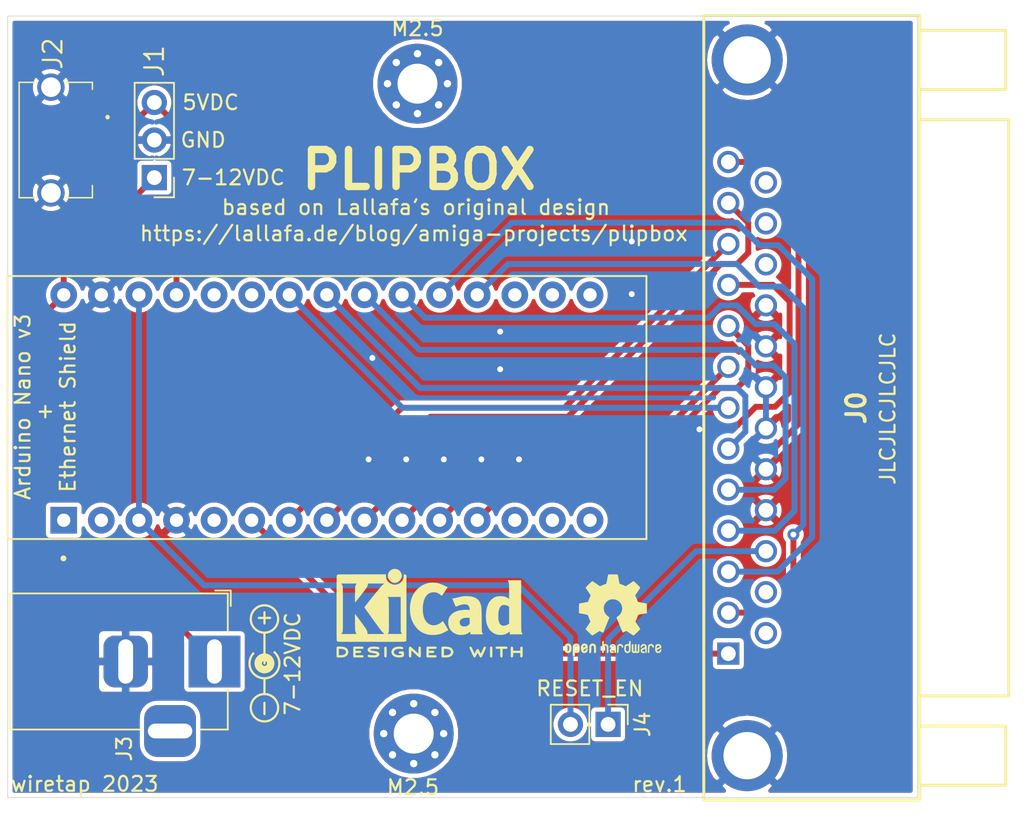
<source format=kicad_pcb>
(kicad_pcb (version 20171130) (host pcbnew "(5.1.6)-1")
  (layers (0 F.Cu signal) (31 B.Cu signal) (34 B.Paste user) (35 F.Paste user) (36 B.SilkS user) (37 F.SilkS user) (38 B.Mask user) (39 F.Mask user) (44 Edge.Cuts user))
  (net 0 "")
  (net 1 D3)
  (net 2 A0)
  (net 3 A1)
  (net 4 A2)
  (net 5 A3)
  (net 6 A4)
  (net 7 A5)
  (net 8 D6)
  (net 9 D7)
  (net 10 D8)
  (net 11 D4)
  (net 12 D5)
  (net 13 D9)
  (net 14 GND)
  (net 15 VCC)
  (net 16 +5V)
  (net 17 RST)
  (net 18 "Net-(J0-Pad16)")
  (module Symbol:OSHW-Logo2_7.3x6mm_SilkScreen (layer F.Cu) (at 189.484 93.091)
    (fp_text reference REF** hide)
    (fp_text value OSHW-Logo2_7.3x6mm_SilkScreen hide)
  )
  (module Symbol:KiCad-Logo2_5mm_SilkScreen (layer F.Cu) (at 177.0888 92.9386)
    (fp_text reference REF** hide)
    (fp_text value KiCad-Logo2_5mm_SilkScreen hide)
  )
  (module Symbol:Symbol_Barrel_Polarity (layer F.Cu) (at 165.862 96.3422 90)
    (fp_text reference REF** hide)
    (fp_text value Symbol_Barrel_Polarity)
  )
  (module MountingHole:MountingHole_2.7mm_M2.5_Pad_Via (layer F.Cu) (at 176.022 101.092)
    (fp_text reference REF** hide)
    (fp_text value MountingHole_2.7mm_M2.5_Pad_Via)
    (pad 1 thru_hole circle (at 0 0) (size 5.4 5.4) (drill 2.7) (layers *.Cu *.Mask))
    (pad 1 thru_hole circle (at 2.025 0) (size 0.8 0.8) (drill 0.5) (layers *.Cu *.Mask))
    (pad 1 thru_hole circle (at 1.431891 1.431891) (size 0.8 0.8) (drill 0.5) (layers *.Cu *.Mask))
    (pad 1 thru_hole circle (at 0 2.025) (size 0.8 0.8) (drill 0.5) (layers *.Cu *.Mask))
    (pad 1 thru_hole circle (at -1.431891 1.431891) (size 0.8 0.8) (drill 0.5) (layers *.Cu *.Mask))
    (pad 1 thru_hole circle (at -2.025 0) (size 0.8 0.8) (drill 0.5) (layers *.Cu *.Mask))
    (pad 1 thru_hole circle (at -1.431891 -1.431891) (size 0.8 0.8) (drill 0.5) (layers *.Cu *.Mask))
    (pad 1 thru_hole circle (at 0 -2.025) (size 0.8 0.8) (drill 0.5) (layers *.Cu *.Mask))
    (pad 1 thru_hole circle (at 1.431891 -1.431891) (size 0.8 0.8) (drill 0.5) (layers *.Cu *.Mask))
  )
  (module MountingHole:MountingHole_2.7mm_M2.5_Pad_Via (layer F.Cu) (at 176.276 57.15)
    (fp_text reference REF** hide)
    (fp_text value MountingHole_2.7mm_M2.5_Pad_Via)
    (pad 1 thru_hole circle (at 1.431891 -1.431891) (size 0.8 0.8) (drill 0.5) (layers *.Cu *.Mask))
    (pad 1 thru_hole circle (at 0 -2.025) (size 0.8 0.8) (drill 0.5) (layers *.Cu *.Mask))
    (pad 1 thru_hole circle (at -1.431891 -1.431891) (size 0.8 0.8) (drill 0.5) (layers *.Cu *.Mask))
    (pad 1 thru_hole circle (at -2.025 0) (size 0.8 0.8) (drill 0.5) (layers *.Cu *.Mask))
    (pad 1 thru_hole circle (at -1.431891 1.431891) (size 0.8 0.8) (drill 0.5) (layers *.Cu *.Mask))
    (pad 1 thru_hole circle (at 0 2.025) (size 0.8 0.8) (drill 0.5) (layers *.Cu *.Mask))
    (pad 1 thru_hole circle (at 1.431891 1.431891) (size 0.8 0.8) (drill 0.5) (layers *.Cu *.Mask))
    (pad 1 thru_hole circle (at 2.025 0) (size 0.8 0.8) (drill 0.5) (layers *.Cu *.Mask))
    (pad 1 thru_hole circle (at 0 0) (size 5.4 5.4) (drill 2.7) (layers *.Cu *.Mask))
  )
  (module L717SDB25P1ACH4F (layer F.Cu) (at 197.2818 95.6818 90)
    (fp_text reference J0 (at 16.62 8.64 90) (layer F.SilkS) (effects (font (size 1.27 1.27) (thickness 0.254))))
    (fp_text value L717SDB25P1ACH4F hide)
    (pad 1 thru_hole rect (at 0 0 90) (size 1.5 1.5) (drill 1) (layers *.Cu *.Mask) (net 1 D3))
    (pad 2 thru_hole circle (at 2.77 0 90) (size 1.5 1.5) (drill 1) (layers *.Cu *.Mask) (net 2 A0))
    (pad 3 thru_hole circle (at 5.54 0 90) (size 1.5 1.5) (drill 1) (layers *.Cu *.Mask) (net 3 A1))
    (pad 4 thru_hole circle (at 8.31 0 90) (size 1.5 1.5) (drill 1) (layers *.Cu *.Mask) (net 4 A2))
    (pad 5 thru_hole circle (at 11.08 0 90) (size 1.5 1.5) (drill 1) (layers *.Cu *.Mask) (net 5 A3))
    (pad 6 thru_hole circle (at 13.85 0 90) (size 1.5 1.5) (drill 1) (layers *.Cu *.Mask) (net 6 A4))
    (pad 7 thru_hole circle (at 16.62 0 90) (size 1.5 1.5) (drill 1) (layers *.Cu *.Mask) (net 7 A5))
    (pad 8 thru_hole circle (at 19.39 0 90) (size 1.5 1.5) (drill 1) (layers *.Cu *.Mask) (net 8 D6))
    (pad 9 thru_hole circle (at 22.16 0 90) (size 1.5 1.5) (drill 1) (layers *.Cu *.Mask) (net 9 D7))
    (pad 10 thru_hole circle (at 24.93 0 90) (size 1.5 1.5) (drill 1) (layers *.Cu *.Mask) (net 10 D8))
    (pad 11 thru_hole circle (at 27.7 0 90) (size 1.5 1.5) (drill 1) (layers *.Cu *.Mask) (net 11 D4))
    (pad 12 thru_hole circle (at 30.47 0 90) (size 1.5 1.5) (drill 1) (layers *.Cu *.Mask) (net 12 D5))
    (pad 13 thru_hole circle (at 33.24 0 90) (size 1.5 1.5) (drill 1) (layers *.Cu *.Mask) (net 13 D9))
    (pad 14 thru_hole circle (at 1.385 2.54 90) (size 1.5 1.5) (drill 1) (layers *.Cu *.Mask))
    (pad 15 thru_hole circle (at 4.155 2.54 90) (size 1.5 1.5) (drill 1) (layers *.Cu *.Mask))
    (pad 16 thru_hole circle (at 6.925 2.54 90) (size 1.5 1.5) (drill 1) (layers *.Cu *.Mask) (net 18 "Net-(J0-Pad16)"))
    (pad 17 thru_hole circle (at 9.695 2.54 90) (size 1.5 1.5) (drill 1) (layers *.Cu *.Mask) (net 14 GND))
    (pad 18 thru_hole circle (at 12.465 2.54 90) (size 1.5 1.5) (drill 1) (layers *.Cu *.Mask) (net 14 GND))
    (pad 19 thru_hole circle (at 15.235 2.54 90) (size 1.5 1.5) (drill 1) (layers *.Cu *.Mask) (net 14 GND))
    (pad 20 thru_hole circle (at 18.005 2.54 90) (size 1.5 1.5) (drill 1) (layers *.Cu *.Mask) (net 14 GND))
    (pad 21 thru_hole circle (at 20.775 2.54 90) (size 1.5 1.5) (drill 1) (layers *.Cu *.Mask) (net 14 GND))
    (pad 22 thru_hole circle (at 23.545 2.54 90) (size 1.5 1.5) (drill 1) (layers *.Cu *.Mask) (net 14 GND))
    (pad 23 thru_hole circle (at 26.315 2.54 90) (size 1.5 1.5) (drill 1) (layers *.Cu *.Mask))
    (pad 24 thru_hole circle (at 29.085 2.54 90) (size 1.5 1.5) (drill 1) (layers *.Cu *.Mask))
    (pad 25 thru_hole circle (at 31.855 2.54 90) (size 1.5 1.5) (drill 1) (layers *.Cu *.Mask))
    (pad MH1 thru_hole circle (at -6.9 1.27 90) (size 4.8 4.8) (drill 3.2) (layers *.Cu *.Mask) (net 14 GND))
    (pad MH2 thru_hole circle (at 40.14 1.27 90) (size 4.8 4.8) (drill 3.2) (layers *.Cu *.Mask) (net 14 GND))
  )
  (module Connector_PinHeader_2.54mm:PinHeader_1x03_P2.54mm_Vertical (layer F.Cu) (at 158.496 63.5 180)
    (fp_text reference J1 (at 0 7.874 90) (layer F.SilkS) (effects (font (size 1.27 1.27))))
    (fp_text value PWR-IN)
    (pad 1 thru_hole rect (at 0 0 180) (size 1.7 1.7) (drill 1) (layers *.Cu *.Mask) (net 15 VCC))
    (pad 2 thru_hole oval (at 0 2.54 180) (size 1.7 1.7) (drill 1) (layers *.Cu *.Mask) (net 14 GND))
    (pad 3 thru_hole oval (at 0 5.08 180) (size 1.7 1.7) (drill 1) (layers *.Cu *.Mask) (net 16 +5V))
  )
  (module Connector_BarrelJack:BarrelJack_Horizontal (layer F.Cu) (at 162.56 96.2152)
    (fp_text reference J3 (at -6.096 5.8928 90) (layer F.SilkS))
    (fp_text value "Wurth 694106301002")
    (pad 1 thru_hole rect (at 0 0) (size 3.5 3.5) (drill oval 1 3) (layers *.Cu *.Mask) (net 15 VCC))
    (pad 2 thru_hole roundrect (at -6 0) (size 3 3.5) (drill oval 1 3) (layers *.Cu *.Mask) (net 14 GND))
    (pad 3 thru_hole roundrect (at -3 4.7) (size 3.5 3.5) (drill oval 3 1) (layers *.Cu *.Mask))
  )
  (module SamacSys_Parts:SHIELD_ARDUINO_NANO (layer F.Cu) (at 170.1546 79.0448 90)
    (fp_text reference TB1 hide)
    (fp_text value ARDUINO_NANO)
    (pad 30 thru_hole circle (at 7.62 -17.78 90) (size 1.8 1.8) (drill 0.9) (layers *.Cu *.Mask) (net 15 VCC))
    (pad 29 thru_hole circle (at 7.62 -15.24 90) (size 1.8 1.8) (drill 0.9) (layers *.Cu *.Mask) (net 14 GND))
    (pad 28 thru_hole circle (at 7.62 -12.7 90) (size 1.8 1.8) (drill 0.9) (layers *.Cu *.Mask) (net 17 RST))
    (pad 27 thru_hole circle (at 7.62 -10.16 90) (size 1.8 1.8) (drill 0.9) (layers *.Cu *.Mask) (net 16 +5V))
    (pad 26 thru_hole circle (at 7.62 -7.62 90) (size 1.8 1.8) (drill 0.9) (layers *.Cu *.Mask))
    (pad 25 thru_hole circle (at 7.62 -5.08 90) (size 1.8 1.8) (drill 0.9) (layers *.Cu *.Mask))
    (pad 24 thru_hole circle (at 7.62 -2.54 90) (size 1.8 1.8) (drill 0.9) (layers *.Cu *.Mask) (net 7 A5))
    (pad 23 thru_hole circle (at 7.62 0 90) (size 1.8 1.8) (drill 0.9) (layers *.Cu *.Mask) (net 6 A4))
    (pad 22 thru_hole circle (at 7.62 2.54 90) (size 1.8 1.8) (drill 0.9) (layers *.Cu *.Mask) (net 5 A3))
    (pad 21 thru_hole circle (at 7.62 5.08 90) (size 1.8 1.8) (drill 0.9) (layers *.Cu *.Mask) (net 4 A2))
    (pad 20 thru_hole circle (at 7.62 7.62 90) (size 1.8 1.8) (drill 0.9) (layers *.Cu *.Mask) (net 3 A1))
    (pad 19 thru_hole circle (at 7.62 10.16 90) (size 1.8 1.8) (drill 0.9) (layers *.Cu *.Mask) (net 2 A0))
    (pad 18 thru_hole circle (at 7.62 12.7 90) (size 1.8 1.8) (drill 0.9) (layers *.Cu *.Mask))
    (pad 17 thru_hole circle (at 7.62 15.24 90) (size 1.8 1.8) (drill 0.9) (layers *.Cu *.Mask))
    (pad 16 thru_hole circle (at 7.62 17.78 90) (size 1.8 1.8) (drill 0.9) (layers *.Cu *.Mask))
    (pad 15 thru_hole circle (at -7.62 17.78 90) (size 1.8 1.8) (drill 0.9) (layers *.Cu *.Mask))
    (pad 14 thru_hole circle (at -7.62 15.24 90) (size 1.8 1.8) (drill 0.9) (layers *.Cu *.Mask))
    (pad 13 thru_hole circle (at -7.62 12.7 90) (size 1.8 1.8) (drill 0.9) (layers *.Cu *.Mask))
    (pad 12 thru_hole circle (at -7.62 10.16 90) (size 1.8 1.8) (drill 0.9) (layers *.Cu *.Mask) (net 13 D9))
    (pad 11 thru_hole circle (at -7.62 7.62 90) (size 1.8 1.8) (drill 0.9) (layers *.Cu *.Mask) (net 10 D8))
    (pad 10 thru_hole circle (at -7.62 5.08 90) (size 1.8 1.8) (drill 0.9) (layers *.Cu *.Mask) (net 9 D7))
    (pad 9 thru_hole circle (at -7.62 2.54 90) (size 1.8 1.8) (drill 0.9) (layers *.Cu *.Mask) (net 8 D6))
    (pad 8 thru_hole circle (at -7.62 0 90) (size 1.8 1.8) (drill 0.9) (layers *.Cu *.Mask) (net 12 D5))
    (pad 7 thru_hole circle (at -7.62 -2.54 90) (size 1.8 1.8) (drill 0.9) (layers *.Cu *.Mask) (net 11 D4))
    (pad 6 thru_hole circle (at -7.62 -5.08 90) (size 1.8 1.8) (drill 0.9) (layers *.Cu *.Mask) (net 1 D3))
    (pad 5 thru_hole circle (at -7.62 -7.62 90) (size 1.8 1.8) (drill 0.9) (layers *.Cu *.Mask))
    (pad 4 thru_hole circle (at -7.62 -10.16 90) (size 1.8 1.8) (drill 0.9) (layers *.Cu *.Mask) (net 14 GND))
    (pad 3 thru_hole circle (at -7.62 -12.7 90) (size 1.8 1.8) (drill 0.9) (layers *.Cu *.Mask) (net 17 RST))
    (pad 2 thru_hole circle (at -7.62 -15.24 90) (size 1.8 1.8) (drill 0.9) (layers *.Cu *.Mask))
    (pad 1 thru_hole rect (at -7.62 -17.78 90) (size 1.8 1.8) (drill 0.9) (layers *.Cu *.Mask))
  )
  (module SamacSys_Parts:USB307530A (layer F.Cu) (at 151.511 60.96 270)
    (fp_text reference J2 (at -5.842 -0.127 90) (layer F.SilkS) (effects (font (size 1.27 1.27))))
    (fp_text value USB3075-30-A hide)
    (pad 1 smd rect (at -1.3 -2.65 270) (size 0.4 1.4) (layers F.Cu F.Paste F.Mask) (net 16 +5V))
    (pad 2 smd rect (at -0.65 -2.65 270) (size 0.4 1.4) (layers F.Cu F.Paste F.Mask))
    (pad 3 smd rect (at 0 -2.65 270) (size 0.4 1.4) (layers F.Cu F.Paste F.Mask))
    (pad 4 smd rect (at 0.65 -2.65 270) (size 0.4 1.4) (layers F.Cu F.Paste F.Mask))
    (pad 5 smd rect (at 1.3 -2.65 270) (size 0.4 1.4) (layers F.Cu F.Paste F.Mask) (net 14 GND))
    (pad MH1 thru_hole circle (at -3.575 0 270) (size 1.85 1.85) (drill 1.3285) (layers *.Cu *.Mask) (net 14 GND))
    (pad MH2 thru_hole circle (at 3.575 0 270) (size 1.85 1.85) (drill 1.3285) (layers *.Cu *.Mask) (net 14 GND))
    (pad MP1 smd rect (at -1.125 0 270) (size 1.75 1.9) (layers F.Cu F.Paste F.Mask) (net 14 GND))
    (pad MP2 smd rect (at 1.125 0 270) (size 1.75 1.9) (layers F.Cu F.Paste F.Mask) (net 14 GND))
    (pad MP3 smd rect (at -2.32 -2.23 270) (size 1.15 1.45) (layers F.Cu F.Paste F.Mask) (net 14 GND))
    (pad MP4 smd rect (at 2.32 -2.23 270) (size 1.15 1.45) (layers F.Cu F.Paste F.Mask) (net 14 GND))
  )
  (module Connector_PinHeader_2.54mm:PinHeader_1x02_P2.54mm_Vertical (layer F.Cu) (at 189.1538 100.46716 270)
    (fp_text reference J4 (at 0 -2.33 90) (layer F.SilkS))
    (fp_text value Reset_EN)
    (pad 1 thru_hole rect (at 0 0 270) (size 1.7 1.7) (drill 1) (layers *.Cu *.Mask) (net 18 "Net-(J0-Pad16)"))
    (pad 2 thru_hole oval (at 0 2.54 270) (size 1.7 1.7) (drill 1) (layers *.Cu *.Mask) (net 17 RST))
  )
  (gr_text RESET_EN (at 187.91936 98.044) (layer F.SilkS) (effects (font (size 1 1))))
  (gr_text https://lallafa.de/blog/amiga-projects/plipbox (at 176.022 67.2846) (layer F.SilkS) (effects (font (size 1 1))))
  (gr_text "based on Lallafa's original design" (at 176.1744 65.5066) (layer F.SilkS) (effects (font (size 1 1))))
  (gr_text PLIPBOX (at 176.3776 62.9666) (layer F.SilkS) (effects (font (size 2.5 2.5) (thickness 0.5))))
  (gr_text rev.1 (at 192.6336 104.521) (layer F.SilkS) (effects (font (size 1 1))))
  (gr_text "wiretap 2023" (at 153.797 104.4956) (layer F.SilkS) (effects (font (size 1 1))))
  (gr_text 7-12VDC (at 167.8432 96.3676 90) (layer F.SilkS) (effects (font (size 1 1))))
  (gr_text - (at 165.862 99.3902 90) (layer F.SilkS) (effects (font (size 1 1))))
  (gr_text + (at 165.9382 93.1926) (layer F.SilkS) (effects (font (size 1 1))))
  (gr_text M2.5 (at 175.9712 104.7242) (layer F.SilkS) (effects (font (size 1 1))))
  (gr_text M2.5 (at 176.276 53.4162) (layer F.SilkS) (effects (font (size 1 1))))
  (gr_text + (at 151.13 79.248) (layer F.SilkS) (effects (font (size 1 1))))
  (gr_text "Ethernet Shield" (at 152.654 78.994 90) (layer F.SilkS) (effects (font (size 1 1))))
  (gr_text "Arduino Nano v3" (at 149.606 78.994 90) (layer F.SilkS) (effects (font (size 1 1))))
  (gr_text JLCJLCJLCJLC (at 208.0514 79.121 90) (layer F.SilkS) (effects (font (size 1 1))))
  (gr_text 7-12VDC (at 163.83 63.5) (layer F.SilkS) (effects (font (size 1 1))))
  (gr_text GND (at 161.798 60.96) (layer F.SilkS) (effects (font (size 1 1))))
  (gr_text 5VDC (at 162.306 58.42) (layer F.SilkS) (effects (font (size 1 1))))
  (gr_line (start 210.058 105.41) (end 148.59 105.41) (layer Edge.Cuts) (width 0.05))
  (gr_line (start 210.058 52.578) (end 210.058 105.41) (layer Edge.Cuts) (width 0.05))
  (gr_line (start 148.59 52.578) (end 148.59 105.41) (layer Edge.Cuts) (width 0.05))
  (gr_line (start 210.058 52.578) (end 148.59 52.578) (layer Edge.Cuts) (width 0.05))
  (segment (start 174.0916 95.6818) (end 197.2818 95.6818) (width 0.4) (layer F.Cu) (net 1))
  (segment (start 165.0746 86.6648) (end 174.0916 95.6818) (width 0.4) (layer F.Cu) (net 1))
  (via (at 201.676 87.63) (size 0.8) (drill 0.4) (layers F.Cu B.Cu) (net 2))
  (segment (start 201.676 87.63) (end 201.676 92.202) (width 0.4) (layer F.Cu) (net 2))
  (segment (start 200.9662 92.9118) (end 197.2818 92.9118) (width 0.4) (layer F.Cu) (net 2))
  (segment (start 201.676 92.202) (end 200.9662 92.9118) (width 0.4) (layer F.Cu) (net 2))
  (segment (start 197.853499 69.342) (end 199.377499 70.866) (width 0.4) (layer B.Cu) (net 2))
  (segment (start 202.345989 72.297989) (end 202.345989 86.960011) (width 0.4) (layer B.Cu) (net 2))
  (segment (start 200.914 70.866) (end 202.345989 72.297989) (width 0.4) (layer B.Cu) (net 2))
  (segment (start 180.3146 71.4248) (end 182.3974 69.342) (width 0.4) (layer B.Cu) (net 2))
  (segment (start 199.377499 70.866) (end 200.914 70.866) (width 0.4) (layer B.Cu) (net 2))
  (segment (start 202.345989 86.960011) (end 201.676 87.63) (width 0.4) (layer B.Cu) (net 2))
  (segment (start 182.3974 69.342) (end 197.853499 69.342) (width 0.4) (layer B.Cu) (net 2))
  (segment (start 199.39 68.072) (end 200.66 68.072) (width 0.4) (layer B.Cu) (net 3))
  (segment (start 200.6088 90.1418) (end 197.2818 90.1418) (width 0.4) (layer B.Cu) (net 3))
  (segment (start 202.946 70.358) (end 202.946 87.8046) (width 0.4) (layer B.Cu) (net 3))
  (segment (start 202.946 87.8046) (end 200.6088 90.1418) (width 0.4) (layer B.Cu) (net 3))
  (segment (start 200.66 68.072) (end 202.946 70.358) (width 0.4) (layer B.Cu) (net 3))
  (segment (start 177.7746 71.4248) (end 182.6514 66.548) (width 0.4) (layer B.Cu) (net 3))
  (segment (start 197.866 66.548) (end 199.39 68.072) (width 0.4) (layer B.Cu) (net 3))
  (segment (start 182.6514 66.548) (end 197.866 66.548) (width 0.4) (layer B.Cu) (net 3))
  (segment (start 199.136 73.406) (end 200.406 73.406) (width 0.4) (layer B.Cu) (net 4))
  (segment (start 196.780799 72.136) (end 197.866 72.136) (width 0.4) (layer B.Cu) (net 4))
  (segment (start 197.866 72.136) (end 199.136 73.406) (width 0.4) (layer B.Cu) (net 4))
  (segment (start 201.745978 86.036022) (end 200.4102 87.3718) (width 0.4) (layer B.Cu) (net 4))
  (segment (start 195.947 72.969799) (end 196.780799 72.136) (width 0.4) (layer B.Cu) (net 4))
  (segment (start 200.406 73.406) (end 201.745978 74.745978) (width 0.4) (layer B.Cu) (net 4))
  (segment (start 200.4102 87.3718) (end 197.2818 87.3718) (width 0.4) (layer B.Cu) (net 4))
  (segment (start 176.779599 72.969799) (end 195.947 72.969799) (width 0.4) (layer B.Cu) (net 4))
  (segment (start 175.2346 71.4248) (end 176.779599 72.969799) (width 0.4) (layer B.Cu) (net 4))
  (segment (start 201.745978 74.745978) (end 201.745978 86.036022) (width 0.4) (layer B.Cu) (net 4))
  (segment (start 199.136 76.2) (end 200.353501 76.2) (width 0.4) (layer B.Cu) (net 5))
  (segment (start 200.3862 84.6018) (end 197.2818 84.6018) (width 0.4) (layer B.Cu) (net 5))
  (segment (start 201.145967 76.992466) (end 201.145967 83.842033) (width 0.4) (layer B.Cu) (net 5))
  (segment (start 198.077799 75.141799) (end 199.136 76.2) (width 0.4) (layer B.Cu) (net 5))
  (segment (start 172.6946 71.4248) (end 176.411599 75.141799) (width 0.4) (layer B.Cu) (net 5))
  (segment (start 176.411599 75.141799) (end 198.077799 75.141799) (width 0.4) (layer B.Cu) (net 5))
  (segment (start 200.353501 76.2) (end 201.145967 76.992466) (width 0.4) (layer B.Cu) (net 5))
  (segment (start 201.145967 83.842033) (end 200.3862 84.6018) (width 0.4) (layer B.Cu) (net 5))
  (segment (start 198.431801 78.2728) (end 198.431801 80.681799) (width 0.4) (layer B.Cu) (net 6))
  (segment (start 197.883001 77.724) (end 198.431801 78.2728) (width 0.4) (layer B.Cu) (net 6))
  (segment (start 198.431801 80.681799) (end 197.2818 81.8318) (width 0.4) (layer B.Cu) (net 6))
  (segment (start 170.1546 71.4248) (end 176.4538 77.724) (width 0.4) (layer B.Cu) (net 6))
  (segment (start 176.4538 77.724) (end 197.883001 77.724) (width 0.4) (layer B.Cu) (net 6))
  (segment (start 175.2516 79.0618) (end 197.2818 79.0618) (width 0.4) (layer B.Cu) (net 7))
  (segment (start 167.6146 71.4248) (end 175.2516 79.0618) (width 0.4) (layer B.Cu) (net 7))
  (segment (start 179.0954 80.264) (end 193.3096 80.264) (width 0.4) (layer F.Cu) (net 8))
  (segment (start 193.3096 80.264) (end 197.2818 76.2918) (width 0.4) (layer F.Cu) (net 8))
  (segment (start 172.6946 86.6648) (end 179.0954 80.264) (width 0.4) (layer F.Cu) (net 8))
  (segment (start 198.628 74.868) (end 197.2818 73.5218) (width 0.4) (layer F.Cu) (net 9))
  (segment (start 181.035391 80.864009) (end 193.558132 80.86401) (width 0.4) (layer F.Cu) (net 9))
  (segment (start 175.2346 86.6648) (end 181.035391 80.864009) (width 0.4) (layer F.Cu) (net 9))
  (segment (start 197.866 77.724) (end 198.628 76.962) (width 0.4) (layer F.Cu) (net 9))
  (segment (start 198.628 76.962) (end 198.628 74.868) (width 0.4) (layer F.Cu) (net 9))
  (segment (start 193.558132 80.86401) (end 196.698142 77.724) (width 0.4) (layer F.Cu) (net 9))
  (segment (start 196.698142 77.724) (end 197.866 77.724) (width 0.4) (layer F.Cu) (net 9))
  (segment (start 200.2918 70.7518) (end 197.2818 70.7518) (width 0.4) (layer F.Cu) (net 10))
  (segment (start 201.422 78.005301) (end 201.422 71.882) (width 0.4) (layer F.Cu) (net 10))
  (segment (start 199.136 78.994) (end 200.433301 78.994) (width 0.4) (layer F.Cu) (net 10))
  (segment (start 197.612 80.518) (end 199.136 78.994) (width 0.4) (layer F.Cu) (net 10))
  (segment (start 177.7746 86.6648) (end 182.975381 81.464019) (width 0.4) (layer F.Cu) (net 10))
  (segment (start 201.422 71.882) (end 200.2918 70.7518) (width 0.4) (layer F.Cu) (net 10))
  (segment (start 200.433301 78.994) (end 201.422 78.005301) (width 0.4) (layer F.Cu) (net 10))
  (segment (start 195.649981 81.464019) (end 196.596 80.518) (width 0.4) (layer F.Cu) (net 10))
  (segment (start 182.975381 81.464019) (end 195.649981 81.464019) (width 0.4) (layer F.Cu) (net 10))
  (segment (start 196.596 80.518) (end 197.612 80.518) (width 0.4) (layer F.Cu) (net 10))
  (segment (start 167.6146 86.6648) (end 175.215422 79.063978) (width 0.4) (layer F.Cu) (net 11))
  (segment (start 175.215422 79.063978) (end 186.199622 79.063978) (width 0.4) (layer F.Cu) (net 11))
  (segment (start 186.199622 79.063978) (end 197.2818 67.9818) (width 0.4) (layer F.Cu) (net 11))
  (segment (start 198.628 66.558) (end 197.2818 65.2118) (width 0.4) (layer F.Cu) (net 12))
  (segment (start 177.155411 79.663989) (end 186.448153 79.663989) (width 0.4) (layer F.Cu) (net 12))
  (segment (start 197.871801 69.342) (end 198.628 68.585801) (width 0.4) (layer F.Cu) (net 12))
  (segment (start 198.628 68.585801) (end 198.628 66.558) (width 0.4) (layer F.Cu) (net 12))
  (segment (start 196.770142 69.342) (end 197.871801 69.342) (width 0.4) (layer F.Cu) (net 12))
  (segment (start 186.448153 79.663989) (end 196.770142 69.342) (width 0.4) (layer F.Cu) (net 12))
  (segment (start 170.1546 86.6648) (end 177.155411 79.663989) (width 0.4) (layer F.Cu) (net 12))
  (segment (start 202.02201 64.10001) (end 200.3638 62.4418) (width 0.4) (layer F.Cu) (net 13))
  (segment (start 183.9214 83.058) (end 197.945299 83.058) (width 0.4) (layer F.Cu) (net 13))
  (segment (start 202.02201 80.17199) (end 202.02201 64.10001) (width 0.4) (layer F.Cu) (net 13))
  (segment (start 200.406 81.788) (end 202.02201 80.17199) (width 0.4) (layer F.Cu) (net 13))
  (segment (start 200.3638 62.4418) (end 197.2818 62.4418) (width 0.4) (layer F.Cu) (net 13))
  (segment (start 180.3146 86.6648) (end 183.9214 83.058) (width 0.4) (layer F.Cu) (net 13))
  (segment (start 197.945299 83.058) (end 199.215299 81.788) (width 0.4) (layer F.Cu) (net 13))
  (segment (start 199.215299 81.788) (end 200.406 81.788) (width 0.4) (layer F.Cu) (net 13))
  (segment (start 199.8218 77.6768) (end 199.8218 80.4468) (width 0.4) (layer B.Cu) (net 14))
  (via (at 172.974 82.55) (size 0.8) (drill 0.4) (layers F.Cu B.Cu) (net 14))
  (via (at 175.514 82.55) (size 0.8) (drill 0.4) (layers F.Cu B.Cu) (net 14))
  (via (at 178.054 82.55) (size 0.8) (drill 0.4) (layers F.Cu B.Cu) (net 14))
  (via (at 180.594 82.55) (size 0.8) (drill 0.4) (layers F.Cu B.Cu) (net 14))
  (via (at 183.134 82.55) (size 0.8) (drill 0.4) (layers F.Cu B.Cu) (net 14))
  (via (at 181.864 76.454) (size 0.8) (drill 0.4) (layers F.Cu B.Cu) (net 14))
  (via (at 181.864 73.914) (size 0.8) (drill 0.4) (layers F.Cu B.Cu) (net 14))
  (via (at 190.754 71.374) (size 0.8) (drill 0.4) (layers F.Cu B.Cu) (net 14))
  (via (at 190.754 67.818) (size 0.8) (drill 0.4) (layers F.Cu B.Cu) (net 14))
  (via (at 173.228 75.692) (size 0.8) (drill 0.4) (layers F.Cu B.Cu) (net 14))
  (via (at 195.326 80.518) (size 0.8) (drill 0.4) (layers F.Cu B.Cu) (net 14))
  (segment (start 152.3746 69.6214) (end 158.496 63.5) (width 0.4) (layer F.Cu) (net 15))
  (segment (start 152.3746 71.4248) (end 152.3746 69.6214) (width 0.4) (layer F.Cu) (net 15))
  (segment (start 150.622 88.138) (end 150.622 73.1774) (width 0.4) (layer F.Cu) (net 15))
  (segment (start 154.686 92.202) (end 150.622 88.138) (width 0.4) (layer F.Cu) (net 15))
  (segment (start 150.622 73.1774) (end 152.3746 71.4248) (width 0.4) (layer F.Cu) (net 15))
  (segment (start 162.56 96.2152) (end 158.5468 92.202) (width 0.4) (layer F.Cu) (net 15))
  (segment (start 158.5468 92.202) (end 154.686 92.202) (width 0.4) (layer F.Cu) (net 15))
  (segment (start 157.256 59.66) (end 158.496 58.42) (width 0.4) (layer F.Cu) (net 16))
  (segment (start 154.161 59.66) (end 157.256 59.66) (width 0.4) (layer F.Cu) (net 16))
  (segment (start 159.9946 59.9186) (end 159.9946 71.4248) (width 0.4) (layer F.Cu) (net 16))
  (segment (start 158.496 58.42) (end 159.9946 59.9186) (width 0.4) (layer F.Cu) (net 16))
  (segment (start 157.4546 71.4248) (end 157.4546 86.6648) (width 0.4) (layer B.Cu) (net 17))
  (segment (start 183.0832 91.06408) (end 161.85388 91.06408) (width 0.4) (layer B.Cu) (net 17))
  (segment (start 186.6138 100.46716) (end 186.6138 94.59468) (width 0.4) (layer B.Cu) (net 17))
  (segment (start 161.85388 91.06408) (end 157.4546 86.6648) (width 0.4) (layer B.Cu) (net 17))
  (segment (start 186.6138 94.59468) (end 183.0832 91.06408) (width 0.4) (layer B.Cu) (net 17))
  (segment (start 199.81068 88.76792) (end 199.8218 88.7568) (width 0.4) (layer B.Cu) (net 18))
  (segment (start 189.1538 94.71152) (end 189.1538 100.46716) (width 0.4) (layer B.Cu) (net 18))
  (segment (start 199.8218 88.7568) (end 195.10852 88.7568) (width 0.4) (layer B.Cu) (net 18))
  (segment (start 195.10852 88.7568) (end 189.1538 94.71152) (width 0.4) (layer B.Cu) (net 18))
  (zone (net 14) (net_name GND) (layer B.Cu) (connect_pads (clearance 0.3)) (min_thickness 0.254) (fill yes (arc_segments 32) (thermal_gap 0.3) (thermal_bridge_width 0.508))
    (polygon (pts (xy 210.312 105.664) (xy 148.336 105.664) (xy 148.336 52.324) (xy 210.312 52.324)))
  )
  (zone (net 14) (net_name GND) (layer F.Cu) (connect_pads (clearance 0.3)) (min_thickness 0.254) (fill yes (arc_segments 32) (thermal_gap 0.3) (thermal_bridge_width 0.508))
    (polygon (pts (xy 210.312 105.664) (xy 148.336 105.664) (xy 148.336 52.324) (xy 210.312 52.324)))
  )
)
</source>
